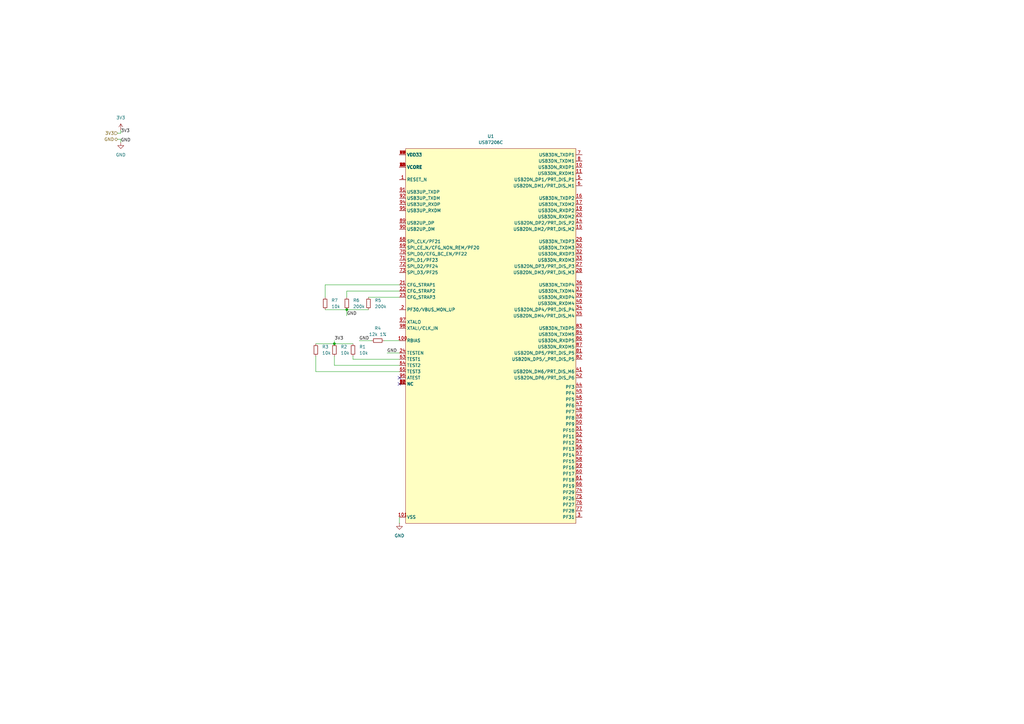
<source format=kicad_sch>
(kicad_sch (version 20231120) (generator "eeschema") (generator_version "8.0")
  (paper "A3")
  (lib_symbols
    (symbol "Device:R_Small" (pin_numbers hide) (pin_names (offset 0.254) hide)
      (property "Reference" "R" (at 0.762 0.508 0))
      (property "Value" "R_Small" (at 0.762 -1.016 0))
      (symbol "R_Small_0_1"
        (rectangle (start -0.762 1.778) (end 0.762 -1.778) (stroke (width 0.2032)))
      )
      (symbol "R_Small_1_1"
        (pin passive line (at 0 2.54 270) (length 0.762) (name "~") (number "1"))
        (pin passive line (at 0 -2.54 90) (length 0.762) (name "~") (number "2"))
      )
    )
    (symbol "EDT_Interface_USB:USB7206C"
      (property "Reference" "U" (at -33.528 72.898 0))
      (property "Value" "USB7206C" (at 30.48 72.898 0))
      (symbol "USB7206C_0_0"
        (pin unspecified line (at -36.83 58.42 0) (length 2.54) (name "RESET_N") (number "1"))
        (pin unspecified line (at 38.1 63.5 180) (length 2.54) (name "USB3DN_RXDP1") (number "10"))
        (pin unspecified line (at -36.83 -7.62 0) (length 2.54) (name "RBIAS") (number "100"))
        (pin unspecified line (at 38.1 60.96 180) (length 2.54) (name "USB3DN_RXDM1") (number "11"))
        (pin unspecified line (at -36.83 -25.4 0) (length 2.54) (name "NC") (number "12"))
        (pin unspecified line (at -36.83 -25.4 0) (length 2.54) (name "NC") (number "13"))
        (pin unspecified line (at 38.1 40.64 180) (length 2.54) (name "USB2DN_DP2/PRT_DIS_P2") (number "14"))
        (pin unspecified line (at 38.1 38.1 180) (length 2.54) (name "USB2DN_DM2/PRT_DIS_M2") (number "15"))
        (pin unspecified line (at 38.1 50.8 180) (length 2.54) (name "USB3DN_TXDP2") (number "16"))
        (pin unspecified line (at 38.1 48.26 180) (length 2.54) (name "USB3DN_TXDM2") (number "17"))
        (pin unspecified line (at -36.83 63.5 0) (length 2.54) (name "VCORE") (number "18"))
        (pin unspecified line (at 38.1 45.72 180) (length 2.54) (name "USB3DN_RXDP2") (number "19"))
        (pin unspecified line (at -36.83 5.08 0) (length 2.54) (name "PF30/VBUS_MON_UP") (number "2"))
        (pin unspecified line (at 38.1 43.18 180) (length 2.54) (name "USB3DN_RXDM2") (number "20"))
        (pin unspecified line (at -36.83 15.24 0) (length 2.54) (name "CFG_STRAP1") (number "21"))
        (pin unspecified line (at -36.83 12.7 0) (length 2.54) (name "CFG_STRAP2") (number "22"))
        (pin unspecified line (at -36.83 10.16 0) (length 2.54) (name "CFG_STRAP3") (number "23"))
        (pin unspecified line (at -36.83 -12.7 0) (length 2.54) (name "TESTEN") (number "24"))
        (pin unspecified line (at -36.83 63.5 0) (length 2.54) (name "VCORE") (number "25"))
        (pin unspecified line (at -36.83 68.58 0) (length 2.54) (name "VDD33") (number "26"))
        (pin unspecified line (at 38.1 22.86 180) (length 2.54) (name "USB2DN_DP3/PRT_DIS_P3") (number "27"))
        (pin unspecified line (at 38.1 20.32 180) (length 2.54) (name "USB2DN_DM3/PRT_DIS_M3") (number "28"))
        (pin unspecified line (at 38.1 33.02 180) (length 2.54) (name "USB3DN_TXDP3") (number "29"))
        (pin unspecified line (at 38.1 -80.01 180) (length 2.54) (name "PF31") (number "3"))
        (pin unspecified line (at 38.1 30.48 180) (length 2.54) (name "USB3DN_TXDM3") (number "30"))
        (pin unspecified line (at -36.83 63.5 0) (length 2.54) (name "VCORE") (number "31"))
        (pin unspecified line (at 38.1 27.94 180) (length 2.54) (name "USB3DN_RXDP3") (number "32"))
        (pin unspecified line (at 38.1 25.4 180) (length 2.54) (name "USB3DN_RXDM3") (number "33"))
        (pin unspecified line (at 38.1 5.08 180) (length 2.54) (name "USB2DN_DP4/PRT_DIS_P4") (number "34"))
        (pin unspecified line (at 38.1 2.54 180) (length 2.54) (name "USB2DN_DM4/PRT_DIS_M4") (number "35"))
        (pin unspecified line (at 38.1 15.24 180) (length 2.54) (name "USB3DN_TXDP4") (number "36"))
        (pin unspecified line (at 38.1 12.7 180) (length 2.54) (name "USB3DN_TXDM4") (number "37"))
        (pin unspecified line (at -36.83 63.5 0) (length 2.54) (name "VCORE") (number "38"))
        (pin unspecified line (at 38.1 10.16 180) (length 2.54) (name "USB3DN_RXDP4") (number "39"))
        (pin unspecified line (at -36.83 -25.4 0) (length 2.54) (name "NC") (number "4"))
        (pin unspecified line (at 38.1 7.62 180) (length 2.54) (name "USB3DN_RXDM4") (number "40"))
        (pin unspecified line (at 38.1 -20.32 180) (length 2.54) (name "USB2DN_DM6/PRT_DIS_M6") (number "41"))
        (pin unspecified line (at 38.1 -22.86 180) (length 2.54) (name "USB2DN_DP6/PRT_DIS_P6") (number "42"))
        (pin unspecified line (at -36.83 68.58 0) (length 2.54) (name "VDD33") (number "43"))
        (pin unspecified line (at 38.1 -26.67 180) (length 2.54) (name "PF3") (number "44"))
        (pin unspecified line (at 38.1 -29.21 180) (length 2.54) (name "PF4") (number "45"))
        (pin unspecified line (at 38.1 -31.75 180) (length 2.54) (name "PF5") (number "46"))
        (pin unspecified line (at 38.1 -34.29 180) (length 2.54) (name "PF6") (number "47"))
        (pin unspecified line (at 38.1 -36.83 180) (length 2.54) (name "PF7") (number "48"))
        (pin unspecified line (at 38.1 -39.37 180) (length 2.54) (name "PF8") (number "49"))
        (pin unspecified line (at 38.1 58.42 180) (length 2.54) (name "USB2DN_DP1/PRT_DIS_P1") (number "5"))
        (pin unspecified line (at 38.1 -41.91 180) (length 2.54) (name "PF9") (number "50"))
        (pin unspecified line (at 38.1 -44.45 180) (length 2.54) (name "PF10") (number "51"))
        (pin unspecified line (at 38.1 -46.99 180) (length 2.54) (name "PF11") (number "52"))
        (pin unspecified line (at -36.83 68.58 0) (length 2.54) (name "VDD33") (number "53"))
        (pin unspecified line (at 38.1 -49.53 180) (length 2.54) (name "PF12") (number "54"))
        (pin unspecified line (at -36.83 63.5 0) (length 2.54) (name "VCORE") (number "55"))
        (pin unspecified line (at 38.1 -52.07 180) (length 2.54) (name "PF13") (number "56"))
        (pin unspecified line (at 38.1 -54.61 180) (length 2.54) (name "PF14") (number "57"))
        (pin unspecified line (at 38.1 -57.15 180) (length 2.54) (name "PF15") (number "58"))
        (pin unspecified line (at 38.1 -59.69 180) (length 2.54) (name "PF16") (number "59"))
        (pin unspecified line (at 38.1 55.88 180) (length 2.54) (name "USB2DN_DM1/PRT_DIS_M1") (number "6"))
        (pin unspecified line (at 38.1 -62.23 180) (length 2.54) (name "PF17") (number "60"))
        (pin unspecified line (at 38.1 -64.77 180) (length 2.54) (name "PF18") (number "61"))
        (pin unspecified line (at -36.83 68.58 0) (length 2.54) (name "VDD33") (number "62"))
        (pin unspecified line (at -36.83 -15.24 0) (length 2.54) (name "TEST1") (number "63"))
        (pin unspecified line (at -36.83 -17.78 0) (length 2.54) (name "TEST2") (number "64"))
        (pin unspecified line (at -36.83 -20.32 0) (length 2.54) (name "TEST3") (number "65"))
        (pin unspecified line (at 38.1 -67.31 180) (length 2.54) (name "PF19") (number "66"))
        (pin unspecified line (at -36.83 68.58 0) (length 2.54) (name "VDD33") (number "67"))
        (pin unspecified line (at -36.83 33.02 0) (length 2.54) (name "SPI_CLK/PF21") (number "68"))
        (pin unspecified line (at -36.83 30.48 0) (length 2.54) (name "SPI_CE_N/CFG_NON_REM/PF20") (number "69"))
        (pin unspecified line (at 38.1 68.58 180) (length 2.54) (name "USB3DN_TXDP1") (number "7"))
        (pin unspecified line (at -36.83 27.94 0) (length 2.54) (name "SPI_D0/CFG_BC_EN/PF22") (number "70"))
        (pin unspecified line (at -36.83 25.4 0) (length 2.54) (name "SPI_D1/PF23") (number "71"))
        (pin unspecified line (at -36.83 22.86 0) (length 2.54) (name "SPI_D2/PF24") (number "72"))
        (pin unspecified line (at -36.83 20.32 0) (length 2.54) (name "SPI_D3/PF25") (number "73"))
        (pin unspecified line (at 38.1 -69.85 180) (length 2.54) (name "PF29") (number "74"))
        (pin unspecified line (at 38.1 -72.39 180) (length 2.54) (name "PF26") (number "75"))
        (pin unspecified line (at 38.1 -74.93 180) (length 2.54) (name "PF27") (number "76"))
        (pin unspecified line (at 38.1 -77.47 180) (length 2.54) (name "PF28") (number "77"))
        (pin unspecified line (at -36.83 63.5 0) (length 2.54) (name "VCORE") (number "78"))
        (pin unspecified line (at -36.83 68.58 0) (length 2.54) (name "VDD33") (number "79"))
        (pin unspecified line (at 38.1 66.04 180) (length 2.54) (name "USB3DN_TXDM1") (number "8"))
        (pin unspecified line (at -36.83 -25.4 0) (length 2.54) (name "NC") (number "80"))
        (pin unspecified line (at 38.1 -12.7 180) (length 2.54) (name "USB2DN_DP5/PRT_DIS_P5") (number "81"))
        (pin unspecified line (at 38.1 -2.54 180) (length 2.54) (name "USB3DN_TXDP5") (number "83"))
        (pin unspecified line (at 38.1 -5.08 180) (length 2.54) (name "USB3DN_TXDM5") (number "84"))
        (pin unspecified line (at -36.83 63.5 0) (length 2.54) (name "VCORE") (number "85"))
        (pin unspecified line (at 38.1 -7.62 180) (length 2.54) (name "USB3DN_RXDP5") (number "86"))
        (pin unspecified line (at 38.1 -10.16 180) (length 2.54) (name "USB3DN_RXDM5") (number "87"))
        (pin unspecified line (at -36.83 68.58 0) (length 2.54) (name "VDD33") (number "88"))
        (pin unspecified line (at -36.83 40.64 0) (length 2.54) (name "USB2UP_DP") (number "89"))
        (pin unspecified line (at -36.83 63.5 0) (length 2.54) (name "VCORE") (number "9"))
        (pin unspecified line (at -36.83 38.1 0) (length 2.54) (name "USB2UP_DM") (number "90"))
        (pin unspecified line (at -36.83 53.34 0) (length 2.54) (name "USB3UP_TXDP") (number "91"))
        (pin unspecified line (at -36.83 50.8 0) (length 2.54) (name "USB3UP_TXDM") (number "92"))
        (pin unspecified line (at -36.83 63.5 0) (length 2.54) (name "VCORE") (number "93"))
        (pin unspecified line (at -36.83 48.26 0) (length 2.54) (name "USB3UP_RXDP") (number "94"))
        (pin unspecified line (at -36.83 45.72 0) (length 2.54) (name "USB3UP_RXDM") (number "95"))
        (pin unspecified line (at -36.83 -22.86 0) (length 2.54) (name "ATEST") (number "96"))
        (pin unspecified line (at -36.83 0 0) (length 2.54) (name "XTALO") (number "97"))
        (pin unspecified line (at -36.83 -2.54 0) (length 2.54) (name "XTALI/CLK_IN") (number "98"))
        (pin unspecified line (at -36.83 68.58 0) (length 2.54) (name "VDD33") (number "99"))
      )
      (symbol "USB7206C_1_0"
        (pin unspecified line (at -36.83 -80.01 0) (length 2.54) (name "VSS") (number "101"))
        (pin unspecified line (at 38.1 -15.24 180) (length 2.54) (name "USB2DN_DP5/_PRT_DIS_P5") (number "82"))
      )
      (symbol "USB7206C_1_1"
        (rectangle (start -34.29 71.12) (end 35.56 -82.55) (fill (type background)))
      )
    )
    (symbol "power:+3V3" (power) (pin_numbers hide) (pin_names (offset 0) hide)
      (property "Value" "+3V3" (at 0 3.556 0))
      (symbol "+3V3_0_1"
        (polyline (pts (xy -0.762 1.27) (xy 0 2.54)))
        (polyline (pts (xy 0 0) (xy 0 2.54)))
        (polyline (pts (xy 0 2.54) (xy 0.762 1.27)))
      )
      (symbol "+3V3_1_1"
        (pin power_in line (at 0 0 90) (length 0) (name "~") (number "1"))
      )
    )
    (symbol "power:GND" (power) (pin_numbers hide) (pin_names (offset 0) hide)
      (property "Value" "GND" (at 0 -3.81 0))
      (symbol "GND_0_1"
        (polyline (pts (xy 0 0) (xy 0 -1.27) (xy 1.27 -1.27) (xy 0 -2.54) (xy -1.27 -1.27) (xy 0 -1.27)))
      )
      (symbol "GND_1_1"
        (pin power_in line (at 0 0 270) (length 0) (name "~") (number "1"))
      )
    )
  )
  (junction (at 142.24 127))
  (junction (at 137.16 140.97))
  (no_connect (at 163.83 154.94))
  (no_connect (at 163.83 157.48))
  (wire (pts (xy 137.16 139.7) (xy 137.16 140.97)))
  (wire (pts (xy 142.24 127) (xy 142.24 129.54)))
  (wire (pts (xy 163.83 119.38) (xy 142.24 119.38)))
  (wire (pts (xy 142.24 119.38) (xy 142.24 121.92)))
  (wire (pts (xy 163.83 152.4) (xy 129.54 152.4)))
  (wire (pts (xy 133.35 116.84) (xy 133.35 121.92)))
  (wire (pts (xy 151.13 121.92) (xy 163.83 121.92)))
  (wire (pts (xy 48.26 54.61) (xy 49.53 54.61)))
  (wire (pts (xy 163.83 147.32) (xy 144.78 147.32)))
  (wire (pts (xy 163.83 212.09) (xy 163.83 214.63)))
  (wire (pts (xy 144.78 147.32) (xy 144.78 146.05)))
  (wire (pts (xy 158.75 144.78) (xy 163.83 144.78)))
  (wire (pts (xy 49.53 57.15) (xy 49.53 58.42)))
  (wire (pts (xy 147.32 139.7) (xy 152.4 139.7)))
  (wire (pts (xy 49.53 54.61) (xy 49.53 53.34)))
  (wire (pts (xy 163.83 116.84) (xy 133.35 116.84)))
  (wire (pts (xy 137.16 140.97) (xy 144.78 140.97)))
  (wire (pts (xy 137.16 149.86) (xy 137.16 146.05)))
  (wire (pts (xy 129.54 152.4) (xy 129.54 146.05)))
  (wire (pts (xy 48.26 57.15) (xy 49.53 57.15)))
  (wire (pts (xy 142.24 127) (xy 151.13 127)))
  (wire (pts (xy 163.83 149.86) (xy 137.16 149.86)))
  (wire (pts (xy 129.54 140.97) (xy 137.16 140.97)))
  (wire (pts (xy 133.35 127) (xy 142.24 127)))
  (wire (pts (xy 157.48 139.7) (xy 163.83 139.7)))
  (label "GND" (at 147.32 139.7 0))
  (label "3V3" (at 49.53 54.61 0))
  (label "3V3" (at 137.16 139.7 0))
  (label "GND" (at 158.75 144.78 0))
  (label "GND" (at 49.53 58.42 0))
  (label "GND" (at 142.24 129.54 0))
  (hierarchical_label "3V3" (shape input) (at 48.26 54.61 180))
  (hierarchical_label "GND" (shape bidirectional) (at 48.26 57.15 180))
  (symbol (lib_id "Device:R_Small") (at 142.24 124.46 0) (unit 1)
    (property "Reference" "R6" (at 144.78 123.1899 0) (effects (justify left)))
    (property "Value" "200k" (at 144.78 125.7299 0) (effects (justify left)))
    (property "Footprint" "Resistor_SMD:R_0603_1608Metric" (effects (hide yes)))
    (property "Description" "Resistor, small symbol" (effects (hide yes)))
  )
  (symbol (lib_id "Device:R_Small") (at 151.13 124.46 0) (unit 1)
    (property "Reference" "R5" (at 153.67 123.1899 0) (effects (justify left)))
    (property "Value" "200k" (at 153.67 125.7299 0) (effects (justify left)))
    (property "Footprint" "Resistor_SMD:R_0603_1608Metric" (effects (hide yes)))
    (property "Description" "Resistor, small symbol" (effects (hide yes)))
  )
  (symbol (lib_id "Device:R_Small") (at 137.16 143.51 0) (unit 1)
    (property "Reference" "R2" (at 139.7 142.2399 0) (effects (justify left)))
    (property "Value" "10k" (at 139.7 144.7799 0) (effects (justify left)))
    (property "Footprint" "Resistor_SMD:R_0603_1608Metric" (effects (hide yes)))
    (property "Description" "Resistor, small symbol" (effects (hide yes)))
  )
  (symbol (lib_id "power:GND") (at 49.53 58.42 0) (unit 1)
    (property "Reference" "#PWR02" (effects (hide yes)))
    (property "Value" "GND" (at 49.53 63.5 0))
    (property "Description" "Power symbol creates a global label with name \"GND\" , ground" (effects (hide yes)))
  )
  (symbol (lib_id "Device:R_Small") (at 133.35 124.46 0) (unit 1)
    (property "Reference" "R7" (at 135.89 123.1899 0) (effects (justify left)))
    (property "Value" "10k" (at 135.89 125.7299 0) (effects (justify left)))
    (property "Footprint" "Resistor_SMD:R_0603_1608Metric" (effects (hide yes)))
    (property "Description" "Resistor, small symbol" (effects (hide yes)))
  )
  (symbol (lib_id "power:+3V3") (at 49.53 53.34 0) (unit 1)
    (property "Reference" "#PWR03" (effects (hide yes)))
    (property "Value" "3V3" (at 49.53 48.26 0))
    (property "Description" "Power symbol creates a global label with name \"+3V3\"" (effects (hide yes)))
  )
  (symbol (lib_id "Device:R_Small") (at 129.54 143.51 0) (unit 1)
    (property "Reference" "R3" (at 132.08 142.2399 0) (effects (justify left)))
    (property "Value" "10k" (at 132.08 144.7799 0) (effects (justify left)))
    (property "Footprint" "Resistor_SMD:R_0603_1608Metric" (effects (hide yes)))
    (property "Description" "Resistor, small symbol" (effects (hide yes)))
  )
  (symbol (lib_id "Device:R_Small") (at 144.78 143.51 0) (unit 1)
    (property "Reference" "R1" (at 147.32 142.2399 0) (effects (justify left)))
    (property "Value" "10k" (at 147.32 144.7799 0) (effects (justify left)))
    (property "Footprint" "Resistor_SMD:R_0603_1608Metric" (effects (hide yes)))
    (property "Description" "Resistor, small symbol" (effects (hide yes)))
  )
  (symbol (lib_id "Device:R_Small") (at 154.94 139.7 90) (unit 1)
    (property "Reference" "R4" (at 154.94 134.62 90))
    (property "Value" "12k 1%" (at 154.94 137.16 90))
    (property "Footprint" "Resistor_SMD:R_0603_1608Metric" (effects (hide yes)))
    (property "Description" "Resistor, small symbol" (effects (hide yes)))
  )
  (symbol (lib_id "power:GND") (at 163.83 214.63 0) (unit 1)
    (property "Reference" "#PWR01" (effects (hide yes)))
    (property "Value" "GND" (at 163.83 219.71 0))
    (property "Description" "Power symbol creates a global label with name \"GND\" , ground" (effects (hide yes)))
  )
  (symbol (lib_id "EDT_Interface_USB:USB7206C") (at 200.66 132.08 0) (unit 1)
    (property "Reference" "U1" (at 201.295 55.88 0))
    (property "Value" "USB7206C" (at 201.295 58.42 0))
    (property "Footprint" "EDT_Package_DFN_QFN:QFN-100-1EP_12x12mm_P0.4mm_EP8x8mm" (effects (hide yes)))
    (property "Datasheet" "https://ww1.microchip.com/downloads/aemDocuments/documents/UNG/ProductDocuments/DataSheets/USB7206C-Data-Sheet-DS00003850.pdf" (effects (hide yes)))
  )
)
</source>
